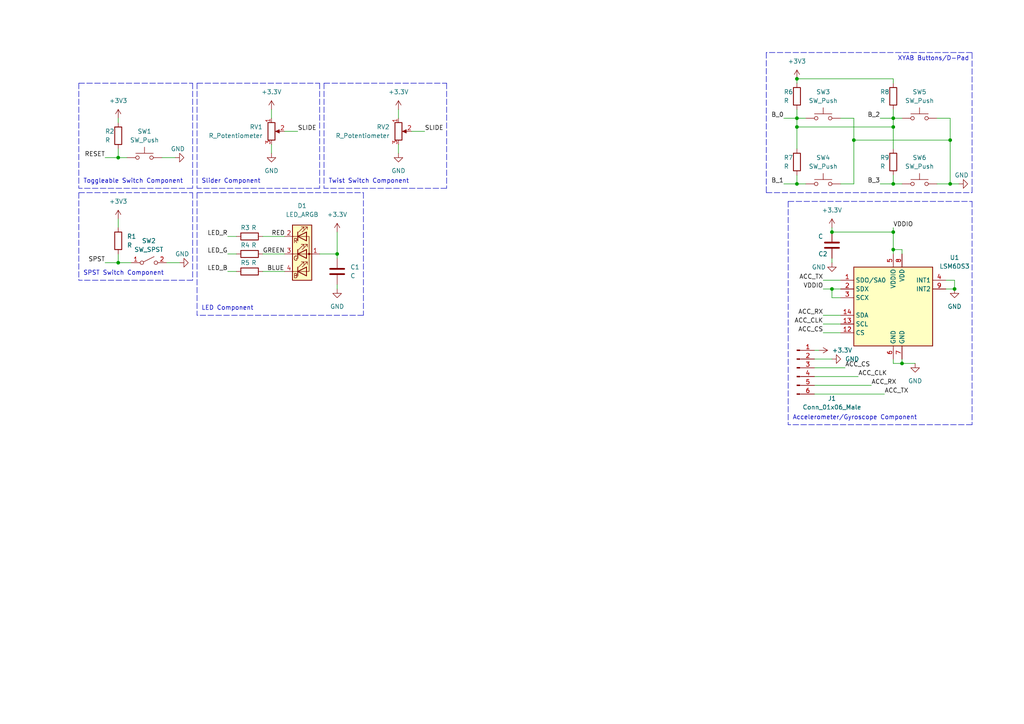
<source format=kicad_sch>
(kicad_sch (version 20211123) (generator eeschema)
  (paper "A4")
  (lib_symbols
    (symbol "+3V3_1" (power) (pin_names (offset 0))
      (property "Value" "+3V3_1" (at 0 3.556 0))
      (symbol "+3V3_1_0_1"
        (polyline (pts (xy -0.762 1.27) (xy 0 2.54)))
        (polyline (pts (xy 0 0) (xy 0 2.54)))
        (polyline (pts (xy 0 2.54) (xy 0.762 1.27)))
      )
      (symbol "+3V3_1_1_1"
        (pin power_in line (at 0 0 90) (length 0) hide (name "+3V3") (number "1"))
      )
    )
    (symbol "+3V3_2" (power) (pin_names (offset 0))
      (property "Value" "+3V3_2" (at 0 3.556 0))
      (symbol "+3V3_2_0_1"
        (polyline (pts (xy -0.762 1.27) (xy 0 2.54)))
        (polyline (pts (xy 0 0) (xy 0 2.54)))
        (polyline (pts (xy 0 2.54) (xy 0.762 1.27)))
      )
      (symbol "+3V3_2_1_1"
        (pin power_in line (at 0 0 90) (length 0) hide (name "+3V3") (number "1"))
      )
    )
    (symbol "Connector:Conn_01x06_Male" (pin_names (offset 1.016) hide)
      (property "Reference" "J" (at 0 7.62 0))
      (property "Value" "Conn_01x06_Male" (at 0 -10.16 0))
      (symbol "Conn_01x06_Male_1_1"
        (polyline (pts (xy 1.27 -7.62) (xy 0.8636 -7.62)) (stroke (width 0.1524)))
        (polyline (pts (xy 1.27 -5.08) (xy 0.8636 -5.08)) (stroke (width 0.1524)))
        (polyline (pts (xy 1.27 -2.54) (xy 0.8636 -2.54)) (stroke (width 0.1524)))
        (polyline (pts (xy 1.27 0) (xy 0.8636 0)) (stroke (width 0.1524)))
        (polyline (pts (xy 1.27 2.54) (xy 0.8636 2.54)) (stroke (width 0.1524)))
        (polyline (pts (xy 1.27 5.08) (xy 0.8636 5.08)) (stroke (width 0.1524)))
        (rectangle (start 0.8636 -7.493) (end 0 -7.747) (stroke (width 0.1524)) (fill (type outline)))
        (rectangle (start 0.8636 -4.953) (end 0 -5.207) (stroke (width 0.1524)) (fill (type outline)))
        (rectangle (start 0.8636 -2.413) (end 0 -2.667) (stroke (width 0.1524)) (fill (type outline)))
        (rectangle (start 0.8636 0.127) (end 0 -0.127) (stroke (width 0.1524)) (fill (type outline)))
        (rectangle (start 0.8636 2.667) (end 0 2.413) (stroke (width 0.1524)) (fill (type outline)))
        (rectangle (start 0.8636 5.207) (end 0 4.953) (stroke (width 0.1524)) (fill (type outline)))
        (pin passive line (at 5.08 5.08 180) (length 3.81) (name "Pin_1") (number "1"))
        (pin passive line (at 5.08 2.54 180) (length 3.81) (name "Pin_2") (number "2"))
        (pin passive line (at 5.08 0 180) (length 3.81) (name "Pin_3") (number "3"))
        (pin passive line (at 5.08 -2.54 180) (length 3.81) (name "Pin_4") (number "4"))
        (pin passive line (at 5.08 -5.08 180) (length 3.81) (name "Pin_5") (number "5"))
        (pin passive line (at 5.08 -7.62 180) (length 3.81) (name "Pin_6") (number "6"))
      )
    )
    (symbol "Device:C" (pin_numbers hide) (pin_names (offset 0.254))
      (property "Reference" "C" (at 0.635 2.54 0))
      (property "Value" "C" (at 0.635 -2.54 0))
      (symbol "C_0_1"
        (polyline (pts (xy -2.032 -0.762) (xy 2.032 -0.762)) (stroke (width 0.508)))
        (polyline (pts (xy -2.032 0.762) (xy 2.032 0.762)) (stroke (width 0.508)))
      )
      (symbol "C_1_1"
        (pin passive line (at 0 3.81 270) (length 2.794) (name "~") (number "1"))
        (pin passive line (at 0 -3.81 90) (length 2.794) (name "~") (number "2"))
      )
    )
    (symbol "Device:LED_ARGB" (pin_names (offset 0) hide)
      (property "Reference" "D" (at 0 9.398 0))
      (property "Value" "LED_ARGB" (at 0 -8.89 0))
      (symbol "LED_ARGB_0_0"
        (text "B" (at -1.905 -6.35 0) (effects (font (size 1.27 1.27))))
        (text "G" (at -1.905 -1.27 0) (effects (font (size 1.27 1.27))))
        (text "R" (at -1.905 3.81 0) (effects (font (size 1.27 1.27))))
      )
      (symbol "LED_ARGB_0_1"
        (polyline (pts (xy -1.27 -5.08) (xy -2.54 -5.08)))
        (polyline (pts (xy -1.27 -5.08) (xy 1.27 -5.08)))
        (polyline (pts (xy -1.27 -3.81) (xy -1.27 -6.35)) (stroke (width 0.254)))
        (polyline (pts (xy -1.27 0) (xy -2.54 0)))
        (polyline (pts (xy -1.27 1.27) (xy -1.27 -1.27)) (stroke (width 0.254)))
        (polyline (pts (xy -1.27 5.08) (xy -2.54 5.08)))
        (polyline (pts (xy -1.27 5.08) (xy 1.27 5.08)))
        (polyline (pts (xy -1.27 6.35) (xy -1.27 3.81)) (stroke (width 0.254)))
        (polyline (pts (xy 1.27 0) (xy -1.27 0)))
        (polyline (pts (xy 1.27 0) (xy 2.54 0)))
        (polyline (pts (xy -1.27 1.27) (xy -1.27 -1.27) (xy -1.27 -1.27)))
        (polyline (pts (xy -1.27 6.35) (xy -1.27 3.81) (xy -1.27 3.81)))
        (polyline (pts (xy 1.27 -5.08) (xy 2.032 -5.08) (xy 2.032 5.08) (xy 1.27 5.08)))
        (polyline (pts (xy 1.27 -3.81) (xy 1.27 -6.35) (xy -1.27 -5.08) (xy 1.27 -3.81)) (stroke (width 0.254)))
        (polyline (pts (xy 1.27 1.27) (xy 1.27 -1.27) (xy -1.27 0) (xy 1.27 1.27)) (stroke (width 0.254)))
        (polyline (pts (xy 1.27 6.35) (xy 1.27 3.81) (xy -1.27 5.08) (xy 1.27 6.35)) (stroke (width 0.254)))
        (polyline (pts (xy -1.016 -3.81) (xy 0.508 -2.286) (xy -0.254 -2.286) (xy 0.508 -2.286) (xy 0.508 -3.048)))
        (polyline (pts (xy -1.016 1.27) (xy 0.508 2.794) (xy -0.254 2.794) (xy 0.508 2.794) (xy 0.508 2.032)))
        (polyline (pts (xy -1.016 6.35) (xy 0.508 7.874) (xy -0.254 7.874) (xy 0.508 7.874) (xy 0.508 7.112)))
        (polyline (pts (xy 0 -3.81) (xy 1.524 -2.286) (xy 0.762 -2.286) (xy 1.524 -2.286) (xy 1.524 -3.048)))
        (polyline (pts (xy 0 1.27) (xy 1.524 2.794) (xy 0.762 2.794) (xy 1.524 2.794) (xy 1.524 2.032)))
        (polyline (pts (xy 0 6.35) (xy 1.524 7.874) (xy 0.762 7.874) (xy 1.524 7.874) (xy 1.524 7.112)))
        (rectangle (start 1.27 -1.27) (end 1.27 1.27))
        (rectangle (start 1.27 1.27) (end 1.27 1.27))
        (rectangle (start 1.27 3.81) (end 1.27 6.35))
        (rectangle (start 1.27 6.35) (end 1.27 6.35))
        (circle (center 2.032 0) (radius 0.254) (fill (type outline)))
        (rectangle (start 2.794 8.382) (end -2.794 -7.62) (stroke (width 0.254)) (fill (type background)))
      )
      (symbol "LED_ARGB_1_1"
        (pin passive line (at 5.08 0 180) (length 2.54) (name "A") (number "1"))
        (pin passive line (at -5.08 5.08 0) (length 2.54) (name "RK") (number "2"))
        (pin passive line (at -5.08 0 0) (length 2.54) (name "GK") (number "3"))
        (pin passive line (at -5.08 -5.08 0) (length 2.54) (name "BK") (number "4"))
      )
    )
    (symbol "Device:R" (pin_numbers hide) (pin_names (offset 0))
      (property "Reference" "R" (at 2.032 0 90))
      (property "Value" "R" (at 0 0 90))
      (symbol "R_0_1"
        (rectangle (start -1.016 -2.54) (end 1.016 2.54) (stroke (width 0.254)))
      )
      (symbol "R_1_1"
        (pin passive line (at 0 3.81 270) (length 1.27) (name "~") (number "1"))
        (pin passive line (at 0 -3.81 90) (length 1.27) (name "~") (number "2"))
      )
    )
    (symbol "Device:R_Potentiometer" (pin_names (offset 1.016) hide)
      (property "Reference" "RV" (at -4.445 0 90))
      (property "Value" "R_Potentiometer" (at -2.54 0 90))
      (symbol "R_Potentiometer_0_1"
        (polyline (pts (xy 2.54 0) (xy 1.524 0)))
        (polyline (pts (xy 1.143 0) (xy 2.286 0.508) (xy 2.286 -0.508) (xy 1.143 0)) (fill (type outline)))
        (rectangle (start 1.016 2.54) (end -1.016 -2.54) (stroke (width 0.254)))
      )
      (symbol "R_Potentiometer_1_1"
        (pin passive line (at 0 3.81 270) (length 1.27) (name "1") (number "1"))
        (pin passive line (at 3.81 0 180) (length 1.27) (name "2") (number "2"))
        (pin passive line (at 0 -3.81 90) (length 1.27) (name "3") (number "3"))
      )
    )
    (symbol "GND_1" (power) (pin_names (offset 0))
      (property "Value" "GND_1" (at 0 -3.81 0))
      (symbol "GND_1_0_1"
        (polyline (pts (xy 0 0) (xy 0 -1.27) (xy 1.27 -1.27) (xy 0 -2.54) (xy -1.27 -1.27) (xy 0 -1.27)))
      )
      (symbol "GND_1_1_1"
        (pin power_in line (at 0 0 270) (length 0) hide (name "GND") (number "1"))
      )
    )
    (symbol "GND_2" (power) (pin_names (offset 0))
      (property "Value" "GND_2" (at 0 -3.81 0))
      (symbol "GND_2_0_1"
        (polyline (pts (xy 0 0) (xy 0 -1.27) (xy 1.27 -1.27) (xy 0 -2.54) (xy -1.27 -1.27) (xy 0 -1.27)))
      )
      (symbol "GND_2_1_1"
        (pin power_in line (at 0 0 270) (length 0) hide (name "GND") (number "1"))
      )
    )
    (symbol "GND_3" (power) (pin_names (offset 0))
      (property "Value" "GND_3" (at 0 -3.81 0))
      (symbol "GND_3_0_1"
        (polyline (pts (xy 0 0) (xy 0 -1.27) (xy 1.27 -1.27) (xy 0 -2.54) (xy -1.27 -1.27) (xy 0 -1.27)))
      )
      (symbol "GND_3_1_1"
        (pin power_in line (at 0 0 270) (length 0) hide (name "GND") (number "1"))
      )
    )
    (symbol "GND_4" (power) (pin_names (offset 0))
      (property "Value" "GND_4" (at 0 -3.81 0))
      (symbol "GND_4_0_1"
        (polyline (pts (xy 0 0) (xy 0 -1.27) (xy 1.27 -1.27) (xy 0 -2.54) (xy -1.27 -1.27) (xy 0 -1.27)))
      )
      (symbol "GND_4_1_1"
        (pin power_in line (at 0 0 270) (length 0) hide (name "GND") (number "1"))
      )
    )
    (symbol "GND_5" (power) (pin_names (offset 0))
      (property "Value" "GND_5" (at 0 -3.81 0))
      (symbol "GND_5_0_1"
        (polyline (pts (xy 0 0) (xy 0 -1.27) (xy 1.27 -1.27) (xy 0 -2.54) (xy -1.27 -1.27) (xy 0 -1.27)))
      )
      (symbol "GND_5_1_1"
        (pin power_in line (at 0 0 270) (length 0) hide (name "GND") (number "1"))
      )
    )
    (symbol "GND_6" (power) (pin_names (offset 0))
      (property "Value" "GND_6" (at 0 -3.81 0))
      (symbol "GND_6_0_1"
        (polyline (pts (xy 0 0) (xy 0 -1.27) (xy 1.27 -1.27) (xy 0 -2.54) (xy -1.27 -1.27) (xy 0 -1.27)))
      )
      (symbol "GND_6_1_1"
        (pin power_in line (at 0 0 270) (length 0) hide (name "GND") (number "1"))
      )
    )
    (symbol "GND_7" (power) (pin_names (offset 0))
      (property "Value" "GND_7" (at 0 -3.81 0))
      (symbol "GND_7_0_1"
        (polyline (pts (xy 0 0) (xy 0 -1.27) (xy 1.27 -1.27) (xy 0 -2.54) (xy -1.27 -1.27) (xy 0 -1.27)))
      )
      (symbol "GND_7_1_1"
        (pin power_in line (at 0 0 270) (length 0) hide (name "GND") (number "1"))
      )
    )
    (symbol "Sensor_Motion:LSM6DS3"
      (property "Reference" "U" (at -11.43 15.24 0))
      (property "Value" "LSM6DS3" (at -11.43 12.7 0))
      (symbol "LSM6DS3_0_1"
        (rectangle (start 11.43 11.43) (end -11.43 -11.43) (stroke (width 0.254)) (fill (type background)))
      )
      (symbol "LSM6DS3_1_1"
        (pin bidirectional line (at -15.24 7.62 0) (length 3.81) (name "SDO/SA0") (number "1"))
        (pin no_connect line (at 10.16 -5.08 180) (length 3.81) hide (name "NC") (number "10"))
        (pin no_connect line (at 10.16 -2.54 180) (length 3.81) hide (name "NC") (number "11"))
        (pin input line (at -15.24 -7.62 0) (length 3.81) (name "CS") (number "12"))
        (pin input line (at -15.24 -5.08 0) (length 3.81) (name "SCL") (number "13"))
        (pin bidirectional line (at -15.24 -2.54 0) (length 3.81) (name "SDA") (number "14"))
        (pin bidirectional line (at -15.24 5.08 0) (length 3.81) (name "SDX") (number "2"))
        (pin input line (at -15.24 2.54 0) (length 3.81) (name "SCX") (number "3"))
        (pin output line (at 15.24 7.62 180) (length 3.81) (name "INT1") (number "4"))
        (pin power_in line (at 0 15.24 270) (length 3.81) (name "VDDIO") (number "5"))
        (pin power_in line (at 0 -15.24 90) (length 3.81) (name "GND") (number "6"))
        (pin power_in line (at 2.54 -15.24 90) (length 3.81) (name "GND") (number "7"))
        (pin power_in line (at 2.54 15.24 270) (length 3.81) (name "VDD") (number "8"))
        (pin output line (at 15.24 5.08 180) (length 3.81) (name "INT2") (number "9"))
      )
    )
    (symbol "Switch:SW_Push" (pin_numbers hide) (pin_names (offset 1.016) hide)
      (property "Reference" "SW" (at 1.27 2.54 0))
      (property "Value" "SW_Push" (at 0 -1.524 0))
      (symbol "SW_Push_0_1"
        (circle (center -2.032 0) (radius 0.508))
        (polyline (pts (xy 0 1.27) (xy 0 3.048)))
        (polyline (pts (xy 2.54 1.27) (xy -2.54 1.27)))
        (circle (center 2.032 0) (radius 0.508))
        (pin passive line (at -5.08 0 0) (length 2.54) (name "1") (number "1"))
        (pin passive line (at 5.08 0 180) (length 2.54) (name "2") (number "2"))
      )
    )
    (symbol "Switch:SW_SPST" (pin_names (offset 0) hide)
      (property "Reference" "SW" (at 0 3.175 0))
      (property "Value" "SW_SPST" (at 0 -2.54 0))
      (symbol "SW_SPST_0_0"
        (circle (center -2.032 0) (radius 0.508))
        (polyline (pts (xy -1.524 0.254) (xy 1.524 1.778)))
        (circle (center 2.032 0) (radius 0.508))
      )
      (symbol "SW_SPST_1_1"
        (pin passive line (at -5.08 0 0) (length 2.54) (name "A") (number "1"))
        (pin passive line (at 5.08 0 180) (length 2.54) (name "B") (number "2"))
      )
    )
    (symbol "power:+3.3V" (power) (pin_names (offset 0))
      (property "Value" "+3.3V" (at 0 3.556 0))
      (symbol "+3.3V_0_1"
        (polyline (pts (xy -0.762 1.27) (xy 0 2.54)))
        (polyline (pts (xy 0 0) (xy 0 2.54)))
        (polyline (pts (xy 0 2.54) (xy 0.762 1.27)))
      )
      (symbol "+3.3V_1_1"
        (pin power_in line (at 0 0 90) (length 0) hide (name "+3.3V") (number "1"))
      )
    )
    (symbol "power:GND" (power) (pin_names (offset 0))
      (property "Value" "GND" (at 0 -3.81 0))
      (symbol "GND_0_1"
        (polyline (pts (xy 0 0) (xy 0 -1.27) (xy 1.27 -1.27) (xy 0 -2.54) (xy -1.27 -1.27) (xy 0 -1.27)))
      )
      (symbol "GND_1_1"
        (pin power_in line (at 0 0 270) (length 0) hide (name "GND") (number "1"))
      )
    )
  )
  (junction (at 259.08 67.31))
  (junction (at 261.62 105.41))
  (junction (at 276.86 83.82))
  (junction (at 231.14 22.86))
  (junction (at 259.08 34.29))
  (junction (at 241.3 83.82))
  (junction (at 241.3 67.31))
  (junction (at 259.08 72.39))
  (junction (at 34.29 45.72))
  (junction (at 259.08 53.34))
  (junction (at 231.14 53.34))
  (junction (at 247.65 40.64))
  (junction (at 259.08 36.83))
  (junction (at 275.59 40.64))
  (junction (at 231.14 36.83))
  (junction (at 34.29 76.2))
  (junction (at 275.59 53.34))
  (junction (at 231.14 34.29))
  (junction (at 97.79 73.66))
  (polyline (pts (xy 57.15 24.13) (xy 92.71 24.13)))
  (wire (pts (xy 231.14 34.29) (xy 231.14 36.83)))
  (wire (pts (xy 275.59 53.34) (xy 278.13 53.34)))
  (wire (pts (xy 34.29 73.66) (xy 34.29 76.2)))
  (wire (pts (xy 34.29 34.29) (xy 34.29 35.56)))
  (wire (pts (xy 66.04 68.58) (xy 68.58 68.58)))
  (wire (pts (xy 76.2 68.58) (xy 82.55 68.58)))
  (polyline (pts (xy 129.54 24.13) (xy 129.54 54.61)))
  (wire (pts (xy 276.86 81.28) (xy 276.86 83.82)))
  (wire (pts (xy 97.79 73.66) (xy 97.79 74.93)))
  (wire (pts (xy 227.33 34.29) (xy 231.14 34.29)))
  (wire (pts (xy 259.08 105.41) (xy 261.62 105.41)))
  (wire (pts (xy 241.3 86.36) (xy 243.84 86.36)))
  (polyline (pts (xy 92.71 54.61) (xy 57.15 54.61)))
  (wire (pts (xy 115.57 44.45) (xy 115.57 41.91)))
  (wire (pts (xy 275.59 40.64) (xy 275.59 53.34)))
  (wire (pts (xy 231.14 22.86) (xy 259.08 22.86)))
  (polyline (pts (xy 93.98 24.13) (xy 129.54 24.13)))
  (wire (pts (xy 236.22 111.76) (xy 252.73 111.76)))
  (polyline (pts (xy 222.25 15.24) (xy 222.25 55.88)))
  (wire (pts (xy 78.74 44.45) (xy 78.74 41.91)))
  (wire (pts (xy 92.71 73.66) (xy 97.79 73.66)))
  (polyline (pts (xy 105.41 91.44) (xy 57.15 91.44)))
  (polyline (pts (xy 228.6 58.42) (xy 228.6 123.19)))
  (wire (pts (xy 236.22 101.6) (xy 237.49 101.6)))
  (wire (pts (xy 231.14 36.83) (xy 259.08 36.83)))
  (wire (pts (xy 275.59 34.29) (xy 275.59 40.64)))
  (polyline (pts (xy 55.88 54.61) (xy 22.86 54.61)))
  (wire (pts (xy 34.29 76.2) (xy 38.1 76.2)))
  (wire (pts (xy 271.78 34.29) (xy 275.59 34.29)))
  (wire (pts (xy 236.22 104.14) (xy 241.3 104.14)))
  (wire (pts (xy 243.84 53.34) (xy 247.65 53.34)))
  (wire (pts (xy 238.76 91.44) (xy 243.84 91.44)))
  (wire (pts (xy 261.62 105.41) (xy 265.43 105.41)))
  (wire (pts (xy 236.22 114.3) (xy 256.54 114.3)))
  (polyline (pts (xy 22.86 55.88) (xy 22.86 81.28)))
  (wire (pts (xy 46.99 45.72) (xy 50.8 45.72)))
  (wire (pts (xy 30.48 45.72) (xy 34.29 45.72)))
  (wire (pts (xy 241.3 74.93) (xy 241.3 76.2)))
  (wire (pts (xy 247.65 40.64) (xy 247.65 53.34)))
  (wire (pts (xy 119.38 38.1) (xy 123.19 38.1)))
  (polyline (pts (xy 228.6 58.42) (xy 281.94 58.42)))
  (wire (pts (xy 231.14 50.8) (xy 231.14 53.34)))
  (wire (pts (xy 259.08 34.29) (xy 259.08 36.83)))
  (wire (pts (xy 97.79 82.55) (xy 97.79 83.82)))
  (polyline (pts (xy 22.86 24.13) (xy 22.86 54.61)))
  (wire (pts (xy 231.14 31.75) (xy 231.14 34.29)))
  (wire (pts (xy 241.3 66.04) (xy 241.3 67.31)))
  (wire (pts (xy 247.65 34.29) (xy 247.65 40.64)))
  (wire (pts (xy 238.76 81.28) (xy 243.84 81.28)))
  (wire (pts (xy 255.27 34.29) (xy 259.08 34.29)))
  (wire (pts (xy 261.62 72.39) (xy 261.62 73.66)))
  (wire (pts (xy 115.57 31.75) (xy 115.57 34.29)))
  (wire (pts (xy 243.84 34.29) (xy 247.65 34.29)))
  (polyline (pts (xy 281.94 123.19) (xy 228.6 123.19)))
  (polyline (pts (xy 55.88 55.88) (xy 55.88 81.28)))
  (wire (pts (xy 247.65 40.64) (xy 275.59 40.64)))
  (wire (pts (xy 259.08 67.31) (xy 259.08 72.39)))
  (polyline (pts (xy 57.15 55.88) (xy 105.41 55.88)))
  (wire (pts (xy 82.55 73.66) (xy 76.2 73.66)))
  (wire (pts (xy 48.26 76.2) (xy 52.07 76.2)))
  (wire (pts (xy 259.08 53.34) (xy 261.62 53.34)))
  (polyline (pts (xy 22.86 55.88) (xy 55.88 55.88)))
  (polyline (pts (xy 55.88 24.13) (xy 55.88 54.61)))
  (polyline (pts (xy 105.41 55.88) (xy 105.41 91.44)))
  (polyline (pts (xy 93.98 24.13) (xy 93.98 54.61)))
  (wire (pts (xy 231.14 22.86) (xy 231.14 24.13)))
  (polyline (pts (xy 281.94 55.88) (xy 281.94 15.24)))
  (wire (pts (xy 231.14 34.29) (xy 233.68 34.29)))
  (wire (pts (xy 274.32 83.82) (xy 276.86 83.82)))
  (polyline (pts (xy 281.94 58.42) (xy 281.94 123.19)))
  (wire (pts (xy 241.3 67.31) (xy 259.08 67.31)))
  (wire (pts (xy 82.55 38.1) (xy 86.36 38.1)))
  (wire (pts (xy 66.04 73.66) (xy 68.58 73.66)))
  (wire (pts (xy 241.3 83.82) (xy 243.84 83.82)))
  (wire (pts (xy 259.08 72.39) (xy 259.08 73.66)))
  (polyline (pts (xy 281.94 15.24) (xy 222.25 15.24)))
  (wire (pts (xy 34.29 43.18) (xy 34.29 45.72)))
  (wire (pts (xy 274.32 81.28) (xy 276.86 81.28)))
  (polyline (pts (xy 57.15 24.13) (xy 57.15 54.61)))
  (wire (pts (xy 271.78 53.34) (xy 275.59 53.34)))
  (polyline (pts (xy 57.15 55.88) (xy 57.15 91.44)))
  (wire (pts (xy 259.08 72.39) (xy 261.62 72.39)))
  (wire (pts (xy 227.33 53.34) (xy 231.14 53.34)))
  (wire (pts (xy 66.04 78.74) (xy 68.58 78.74)))
  (wire (pts (xy 259.08 36.83) (xy 259.08 43.18)))
  (polyline (pts (xy 129.54 54.61) (xy 93.98 54.61)))
  (wire (pts (xy 241.3 83.82) (xy 241.3 86.36)))
  (wire (pts (xy 261.62 105.41) (xy 261.62 104.14)))
  (wire (pts (xy 231.14 36.83) (xy 231.14 43.18)))
  (wire (pts (xy 259.08 34.29) (xy 261.62 34.29)))
  (wire (pts (xy 34.29 63.5) (xy 34.29 66.04)))
  (wire (pts (xy 259.08 50.8) (xy 259.08 53.34)))
  (wire (pts (xy 238.76 96.52) (xy 243.84 96.52)))
  (wire (pts (xy 236.22 106.68) (xy 245.11 106.68)))
  (wire (pts (xy 231.14 53.34) (xy 233.68 53.34)))
  (wire (pts (xy 259.08 31.75) (xy 259.08 34.29)))
  (polyline (pts (xy 92.71 24.13) (xy 92.71 54.61)))
  (wire (pts (xy 255.27 53.34) (xy 259.08 53.34)))
  (polyline (pts (xy 222.25 55.88) (xy 281.94 55.88)))
  (wire (pts (xy 259.08 104.14) (xy 259.08 105.41)))
  (wire (pts (xy 259.08 22.86) (xy 259.08 24.13)))
  (wire (pts (xy 34.29 45.72) (xy 36.83 45.72)))
  (wire (pts (xy 78.74 31.75) (xy 78.74 34.29)))
  (wire (pts (xy 238.76 83.82) (xy 241.3 83.82)))
  (polyline (pts (xy 55.88 81.28) (xy 22.86 81.28)))
  (wire (pts (xy 259.08 66.04) (xy 259.08 67.31)))
  (wire (pts (xy 76.2 78.74) (xy 82.55 78.74)))
  (wire (pts (xy 236.22 109.22) (xy 248.92 109.22)))
  (wire (pts (xy 238.76 93.98) (xy 243.84 93.98)))
  (wire (pts (xy 97.79 67.31) (xy 97.79 73.66)))
  (polyline (pts (xy 22.86 24.13) (xy 55.88 24.13)))
  (wire (pts (xy 30.48 76.2) (xy 34.29 76.2)))
  (text "Toggleable Switch Component\n" (at 24.13 53.34 0) (effects (font (size 1.27 1.27)) (justify left bottom)))
  (text "LED Component" (at 58.42 90.17 0) (effects (font (size 1.27 1.27)) (justify left bottom)))
  (text "Slider Component" (at 58.42 53.34 0) (effects (font (size 1.27 1.27)) (justify left bottom)))
  (text "XYAB Buttons/D-Pad" (at 260.35 17.78 0) (effects (font (size 1.27 1.27)) (justify left bottom)))
  (text "SPST Switch Component" (at 24.13 80.01 0) (effects (font (size 1.27 1.27)) (justify left bottom)))
  (text "Accelerometer/Gyroscope Component" (at 229.87 121.92 0) (effects (font (size 1.27 1.27)) (justify left bottom)))
  (text "Twist Switch Component" (at 95.25 53.34 0) (effects (font (size 1.27 1.27)) (justify left bottom)))
  (label "RED" (at 78.74 68.58 0))
  (label "B_1" (at 227.33 53.34 180))
  (label "ACC_CLK" (at 248.92 109.22 0))
  (label "LED_G" (at 66.04 73.66 180))
  (label "BLUE" (at 77.47 78.74 0))
  (label "ACC_CLK" (at 238.76 93.98 180))
  (label "SPST" (at 30.48 76.2 180))
  (label "ACC_TX" (at 256.54 114.3 0))
  (label "ACC_CS" (at 245.11 106.68 0))
  (label "ACC_CS" (at 238.76 96.52 180))
  (label "B_0" (at 227.33 34.29 180))
  (label "B_3" (at 255.27 53.34 180))
  (label "RESET" (at 30.48 45.72 180))
  (label "ACC_RX" (at 238.76 91.44 180))
  (label "B_2" (at 255.27 34.29 180))
  (label "ACC_RX" (at 252.73 111.76 0))
  (label "VDDIO" (at 259.08 66.04 0))
  (label "SLIDE" (at 86.36 38.1 0))
  (label "LED_R" (at 66.04 68.58 180))
  (label "SLIDE" (at 123.19 38.1 0))
  (label "GREEN" (at 76.2 73.66 0))
  (label "ACC_TX" (at 238.76 81.28 180))
  (label "LED_B" (at 66.04 78.74 180))
  (label "VDDIO" (at 238.76 83.82 180))
  (symbol (lib_id "Device:R") (at 72.39 78.74 90) (unit 1)
    (property "Reference" "R5" (at 71.12 76.2 90))
    (property "Value" "R" (at 73.66 76.2 90))
    (property "Footprint" "Resistor_SMD:R_0402_1005Metric" (effects hide))
  )
  (symbol (lib_name "+3V3_1") (lib_id "power:+3V3") (at 34.29 34.29 0) (unit 1)
    (property "Reference" "#PWR02" (effects hide))
    (property "Value" "+3V3" (at 34.29 29.21 0))
  )
  (symbol (lib_id "power:+3.3V") (at 115.57 31.75 0) (unit 1)
    (property "Reference" "#PWR09" (effects hide))
    (property "Value" "+3.3V" (at 115.57 26.67 0))
  )
  (symbol (lib_id "power:+3.3V") (at 237.49 101.6 270) (unit 1)
    (property "Reference" "#PWR012" (effects hide))
    (property "Value" "+3.3V" (at 241.3 101.5999 90) (effects (justify left)))
  )
  (symbol (lib_name "+3V3_2") (lib_id "power:+3V3") (at 34.29 63.5 0) (unit 1)
    (property "Reference" "#PWR01" (effects hide))
    (property "Value" "+3V3" (at 34.29 58.42 0))
  )
  (symbol (lib_id "Connector:Conn_01x06_Male") (at 231.14 106.68 0) (unit 1)
    (property "Reference" "J1" (at 241.3 115.57 0))
    (property "Value" "Conn_01x06_Male" (at 241.3 118.11 0))
  )
  (symbol (lib_id "Device:LED_ARGB") (at 87.63 73.66 0) (unit 1)
    (property "Reference" "D1" (at 87.63 59.69 0))
    (property "Value" "LED_ARGB" (at 87.63 62.23 0))
  )
  (symbol (lib_id "Device:R") (at 231.14 27.94 0) (unit 1)
    (property "Reference" "R6" (at 227.33 26.67 0) (effects (justify left)))
    (property "Value" "R" (at 227.33 29.21 0) (effects (justify left)))
    (property "Footprint" "Resistor_SMD:R_0402_1005Metric" (effects hide))
  )
  (symbol (lib_id "Sensor_Motion:LSM6DS3") (at 259.08 88.9 0) (unit 1)
    (property "Reference" "U1" (at 276.86 74.7012 0))
    (property "Value" "LSM6DS3" (at 276.86 77.2412 0))
    (property "Footprint" "Package_LGA:LGA-14_3x2.5mm_P0.5mm_LayoutBorder3x4y" (effects hide))
    (property "Datasheet" "www.st.com/resource/en/datasheet/lsm6ds3.pdf" (effects hide))
  )
  (symbol (lib_id "Device:R") (at 34.29 69.85 0) (unit 1)
    (property "Reference" "R1" (at 36.83 68.5799 0) (effects (justify left)))
    (property "Value" "R" (at 36.83 71.1199 0) (effects (justify left)))
    (property "Footprint" "Resistor_SMD:R_0402_1005Metric" (effects hide))
  )
  (symbol (lib_id "Device:R") (at 72.39 68.58 90) (unit 1)
    (property "Reference" "R3" (at 71.12 66.04 90))
    (property "Value" "R" (at 73.66 66.04 90))
    (property "Footprint" "Resistor_SMD:R_0402_1005Metric" (effects hide))
  )
  (symbol (lib_name "GND_6") (lib_id "power:GND") (at 78.74 44.45 0) (unit 1)
    (property "Reference" "#PWR06" (effects hide))
    (property "Value" "GND" (at 78.74 49.53 0))
  )
  (symbol (lib_id "Device:R") (at 72.39 73.66 90) (unit 1)
    (property "Reference" "R4" (at 71.12 71.12 90))
    (property "Value" "R" (at 73.66 71.12 90))
    (property "Footprint" "Resistor_SMD:R_0402_1005Metric" (effects hide))
  )
  (symbol (lib_id "Device:C") (at 241.3 71.12 180) (unit 1)
    (property "Reference" "C2" (at 240.03 73.66 0) (effects (justify left)))
    (property "Value" "C" (at 238.76 68.58 0) (effects (justify left)))
    (property "Footprint" "Capacitor_SMD:C_0402_1005Metric" (effects hide))
  )
  (symbol (lib_name "+3V3_1") (lib_id "power:+3V3") (at 231.14 22.86 0) (unit 1)
    (property "Reference" "#PWR011" (effects hide))
    (property "Value" "+3V3" (at 231.14 17.78 0))
  )
  (symbol (lib_id "Device:C") (at 97.79 78.74 0) (unit 1)
    (property "Reference" "C1" (at 101.6 77.4699 0) (effects (justify left)))
    (property "Value" "C" (at 101.6 80.0099 0) (effects (justify left)))
    (property "Footprint" "Capacitor_SMD:C_0402_1005Metric" (effects hide))
  )
  (symbol (lib_id "Device:R_Potentiometer") (at 115.57 38.1 0) (unit 1)
    (property "Reference" "RV2" (at 113.03 36.8299 0) (effects (justify right)))
    (property "Value" "R_Potentiometer" (at 113.03 39.3699 0) (effects (justify right)))
    (property "Footprint" "Potentiometer_SMD:Potentiometer_ACP_CA6-VSMD_Vertical" (effects hide))
  )
  (symbol (lib_name "GND_2") (lib_id "power:GND") (at 265.43 105.41 0) (unit 1)
    (property "Reference" "#PWR016" (effects hide))
    (property "Value" "GND" (at 265.43 110.49 0))
  )
  (symbol (lib_id "power:+3.3V") (at 241.3 66.04 0) (unit 1)
    (property "Reference" "#PWR013" (effects hide))
    (property "Value" "+3.3V" (at 241.3 60.96 0))
  )
  (symbol (lib_name "GND_5") (lib_id "power:GND") (at 241.3 104.14 90) (unit 1)
    (property "Reference" "#PWR015" (effects hide))
    (property "Value" "GND" (at 245.11 104.1399 90) (effects (justify right)))
  )
  (symbol (lib_id "power:GND") (at 97.79 83.82 0) (unit 1)
    (property "Reference" "#PWR08" (effects hide))
    (property "Value" "GND" (at 97.79 88.9 0))
  )
  (symbol (lib_id "Switch:SW_SPST") (at 43.18 76.2 0) (unit 1)
    (property "Reference" "SW2" (at 43.18 69.85 0))
    (property "Value" "SW_SPST" (at 43.18 72.39 0))
  )
  (symbol (lib_id "Switch:SW_Push") (at 238.76 34.29 0) (unit 1)
    (property "Reference" "SW3" (at 238.76 26.67 0))
    (property "Value" "SW_Push" (at 238.76 29.21 0))
    (property "Footprint" "Button_Switch_THT:Push_E-Switch_KS01Q01" (effects hide))
  )
  (symbol (lib_id "Switch:SW_Push") (at 266.7 53.34 0) (unit 1)
    (property "Reference" "SW6" (at 266.7 45.72 0))
    (property "Value" "SW_Push" (at 266.7 48.26 0))
    (property "Footprint" "Button_Switch_THT:Push_E-Switch_KS01Q01" (effects hide))
  )
  (symbol (lib_id "Device:R") (at 259.08 46.99 0) (unit 1)
    (property "Reference" "R9" (at 255.27 45.72 0) (effects (justify left)))
    (property "Value" "R" (at 255.27 48.26 0) (effects (justify left)))
    (property "Footprint" "Resistor_SMD:R_0402_1005Metric" (effects hide))
  )
  (symbol (lib_id "Device:R") (at 259.08 27.94 0) (unit 1)
    (property "Reference" "R8" (at 255.27 26.67 0) (effects (justify left)))
    (property "Value" "R" (at 255.27 29.21 0) (effects (justify left)))
    (property "Footprint" "Resistor_SMD:R_0402_1005Metric" (effects hide))
  )
  (symbol (lib_name "GND_3") (lib_id "power:GND") (at 241.3 76.2 0) (unit 1)
    (property "Reference" "#PWR014" (effects hide))
    (property "Value" "GND" (at 237.49 77.47 0))
  )
  (symbol (lib_id "power:+3.3V") (at 97.79 67.31 0) (unit 1)
    (property "Reference" "#PWR07" (effects hide))
    (property "Value" "+3.3V" (at 97.79 62.23 0))
  )
  (symbol (lib_id "Device:R") (at 34.29 39.37 0) (unit 1)
    (property "Reference" "R2" (at 30.48 38.1 0) (effects (justify left)))
    (property "Value" "R" (at 30.48 40.64 0) (effects (justify left)))
    (property "Footprint" "Resistor_SMD:R_0402_1005Metric" (effects hide))
  )
  (symbol (lib_id "power:+3.3V") (at 78.74 31.75 0) (unit 1)
    (property "Reference" "#PWR05" (effects hide))
    (property "Value" "+3.3V" (at 78.74 26.67 0))
  )
  (symbol (lib_id "Switch:SW_Push") (at 238.76 53.34 0) (unit 1)
    (property "Reference" "SW4" (at 238.76 45.72 0))
    (property "Value" "SW_Push" (at 238.76 48.26 0))
    (property "Footprint" "Button_Switch_THT:Push_E-Switch_KS01Q01" (effects hide))
  )
  (symbol (lib_name "GND_4") (lib_id "power:GND") (at 276.86 83.82 0) (unit 1)
    (property "Reference" "#PWR017" (effects hide))
    (property "Value" "GND" (at 276.86 88.9 0))
  )
  (symbol (lib_name "GND_7") (lib_id "power:GND") (at 52.07 76.2 90) (unit 1)
    (property "Reference" "#PWR04" (effects hide))
    (property "Value" "GND" (at 50.8 73.66 90) (effects (justify right)))
  )
  (symbol (lib_id "Device:R") (at 231.14 46.99 0) (unit 1)
    (property "Reference" "R7" (at 227.33 45.72 0) (effects (justify left)))
    (property "Value" "R" (at 227.33 48.26 0) (effects (justify left)))
    (property "Footprint" "Resistor_SMD:R_0402_1005Metric" (effects hide))
  )
  (symbol (lib_name "GND_6") (lib_id "power:GND") (at 115.57 44.45 0) (unit 1)
    (property "Reference" "#PWR010" (effects hide))
    (property "Value" "GND" (at 115.57 49.53 0))
  )
  (symbol (lib_id "Switch:SW_Push") (at 266.7 34.29 0) (unit 1)
    (property "Reference" "SW5" (at 266.7 26.67 0))
    (property "Value" "SW_Push" (at 266.7 29.21 0))
    (property "Footprint" "Button_Switch_THT:Push_E-Switch_KS01Q01" (effects hide))
  )
  (symbol (lib_name "GND_1") (lib_id "power:GND") (at 278.13 53.34 90) (unit 1)
    (property "Reference" "#PWR018" (effects hide))
    (property "Value" "GND" (at 276.86 50.8 90) (effects (justify right)))
  )
  (symbol (lib_id "Device:R_Potentiometer") (at 78.74 38.1 0) (unit 1)
    (property "Reference" "RV1" (at 76.2 36.8299 0) (effects (justify right)))
    (property "Value" "R_Potentiometer" (at 76.2 39.3699 0) (effects (justify right)))
    (property "Footprint" "Potentiometer_THT:Potentiometer_Bourns_PTA3043_Single_Slide" (effects hide))
  )
  (symbol (lib_name "GND_1") (lib_id "power:GND") (at 50.8 45.72 90) (unit 1)
    (property "Reference" "#PWR03" (effects hide))
    (property "Value" "GND" (at 49.53 43.18 90) (effects (justify right)))
  )
  (symbol (lib_id "Switch:SW_Push") (at 41.91 45.72 0) (unit 1)
    (property "Reference" "SW1" (at 41.91 38.1 0))
    (property "Value" "SW_Push" (at 41.91 40.64 0))
    (property "Footprint" "Button_Switch_THT:Push_E-Switch_KS01Q01" (effects hide))
  )
)
</source>
